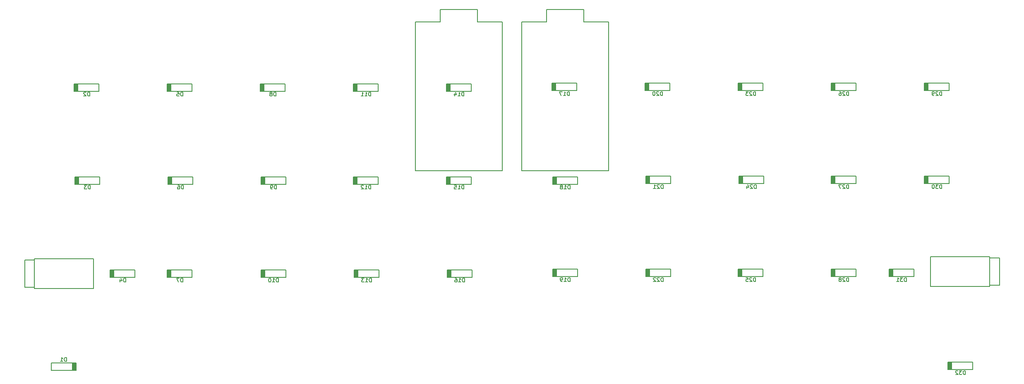
<source format=gbr>
G04 #@! TF.GenerationSoftware,KiCad,Pcbnew,(5.1.4)-1*
G04 #@! TF.CreationDate,2020-11-18T14:17:53-05:00*
G04 #@! TF.ProjectId,splitty,73706c69-7474-4792-9e6b-696361645f70,rev?*
G04 #@! TF.SameCoordinates,Original*
G04 #@! TF.FileFunction,Legend,Bot*
G04 #@! TF.FilePolarity,Positive*
%FSLAX46Y46*%
G04 Gerber Fmt 4.6, Leading zero omitted, Abs format (unit mm)*
G04 Created by KiCad (PCBNEW (5.1.4)-1) date 2020-11-18 14:17:53*
%MOMM*%
%LPD*%
G04 APERTURE LIST*
%ADD10C,0.150000*%
G04 APERTURE END LIST*
D10*
X52197000Y-128524000D02*
X57277000Y-128524000D01*
X57277000Y-128524000D02*
X57277000Y-130048000D01*
X57277000Y-130048000D02*
X52197000Y-130048000D01*
X52197000Y-130048000D02*
X52197000Y-128524000D01*
X52197000Y-128524000D02*
X52705000Y-128524000D01*
X56896000Y-128524000D02*
X56896000Y-130048000D01*
X57023000Y-130048000D02*
X57023000Y-128524000D01*
X57150000Y-128524000D02*
X57150000Y-130048000D01*
X56769000Y-130048000D02*
X56769000Y-128524000D01*
X56642000Y-128524000D02*
X56642000Y-130048000D01*
X56515000Y-128524000D02*
X56515000Y-130048000D01*
X126746000Y-89154000D02*
X144526000Y-89154000D01*
X126746000Y-58674000D02*
X126746000Y-89154000D01*
X131826000Y-58674000D02*
X126746000Y-58674000D01*
X131826000Y-56134000D02*
X131826000Y-58674000D01*
X139446000Y-56134000D02*
X131826000Y-56134000D01*
X139446000Y-58674000D02*
X139446000Y-56134000D01*
X144526000Y-58674000D02*
X139446000Y-58674000D01*
X144526000Y-58674000D02*
X144526000Y-89154000D01*
X148463000Y-89154000D02*
X166243000Y-89154000D01*
X148463000Y-58674000D02*
X148463000Y-89154000D01*
X153543000Y-58674000D02*
X148463000Y-58674000D01*
X153543000Y-56134000D02*
X153543000Y-58674000D01*
X161163000Y-56134000D02*
X153543000Y-56134000D01*
X161163000Y-58674000D02*
X161163000Y-56134000D01*
X166243000Y-58674000D02*
X161163000Y-58674000D01*
X166243000Y-58674000D02*
X166243000Y-89154000D01*
X48768000Y-113286000D02*
X48768000Y-107186000D01*
X60868000Y-113286000D02*
X60868000Y-107186000D01*
X48768000Y-113286000D02*
X60868000Y-113286000D01*
X48768000Y-107186000D02*
X60868000Y-107186000D01*
X48768000Y-113036000D02*
X46768000Y-113036000D01*
X48768000Y-107436000D02*
X46768000Y-107436000D01*
X46768000Y-113036000D02*
X46768000Y-107436000D01*
X244221000Y-106805000D02*
X244221000Y-112905000D01*
X232121000Y-106805000D02*
X232121000Y-112905000D01*
X244221000Y-106805000D02*
X232121000Y-106805000D01*
X244221000Y-112905000D02*
X232121000Y-112905000D01*
X244221000Y-107055000D02*
X246221000Y-107055000D01*
X244221000Y-112655000D02*
X246221000Y-112655000D01*
X246221000Y-107055000D02*
X246221000Y-112655000D01*
X159766000Y-72771000D02*
X154686000Y-72771000D01*
X154686000Y-72771000D02*
X154686000Y-71247000D01*
X154686000Y-71247000D02*
X159766000Y-71247000D01*
X159766000Y-71247000D02*
X159766000Y-72771000D01*
X159766000Y-72771000D02*
X159258000Y-72771000D01*
X155067000Y-72771000D02*
X155067000Y-71247000D01*
X154940000Y-71247000D02*
X154940000Y-72771000D01*
X154813000Y-72771000D02*
X154813000Y-71247000D01*
X155194000Y-71247000D02*
X155194000Y-72771000D01*
X155321000Y-72771000D02*
X155321000Y-71247000D01*
X155448000Y-72771000D02*
X155448000Y-71247000D01*
X178943000Y-110871000D02*
X173863000Y-110871000D01*
X173863000Y-110871000D02*
X173863000Y-109347000D01*
X173863000Y-109347000D02*
X178943000Y-109347000D01*
X178943000Y-109347000D02*
X178943000Y-110871000D01*
X178943000Y-110871000D02*
X178435000Y-110871000D01*
X174244000Y-110871000D02*
X174244000Y-109347000D01*
X174117000Y-109347000D02*
X174117000Y-110871000D01*
X173990000Y-110871000D02*
X173990000Y-109347000D01*
X174371000Y-109347000D02*
X174371000Y-110871000D01*
X174498000Y-110871000D02*
X174498000Y-109347000D01*
X174625000Y-110871000D02*
X174625000Y-109347000D01*
X240792000Y-129921000D02*
X235712000Y-129921000D01*
X235712000Y-129921000D02*
X235712000Y-128397000D01*
X235712000Y-128397000D02*
X240792000Y-128397000D01*
X240792000Y-128397000D02*
X240792000Y-129921000D01*
X240792000Y-129921000D02*
X240284000Y-129921000D01*
X236093000Y-129921000D02*
X236093000Y-128397000D01*
X235966000Y-128397000D02*
X235966000Y-129921000D01*
X235839000Y-129921000D02*
X235839000Y-128397000D01*
X236220000Y-128397000D02*
X236220000Y-129921000D01*
X236347000Y-129921000D02*
X236347000Y-128397000D01*
X236474000Y-129921000D02*
X236474000Y-128397000D01*
X228727000Y-110871000D02*
X223647000Y-110871000D01*
X223647000Y-110871000D02*
X223647000Y-109347000D01*
X223647000Y-109347000D02*
X228727000Y-109347000D01*
X228727000Y-109347000D02*
X228727000Y-110871000D01*
X228727000Y-110871000D02*
X228219000Y-110871000D01*
X224028000Y-110871000D02*
X224028000Y-109347000D01*
X223901000Y-109347000D02*
X223901000Y-110871000D01*
X223774000Y-110871000D02*
X223774000Y-109347000D01*
X224155000Y-109347000D02*
X224155000Y-110871000D01*
X224282000Y-110871000D02*
X224282000Y-109347000D01*
X224409000Y-110871000D02*
X224409000Y-109347000D01*
X235966000Y-91821000D02*
X230886000Y-91821000D01*
X230886000Y-91821000D02*
X230886000Y-90297000D01*
X230886000Y-90297000D02*
X235966000Y-90297000D01*
X235966000Y-90297000D02*
X235966000Y-91821000D01*
X235966000Y-91821000D02*
X235458000Y-91821000D01*
X231267000Y-91821000D02*
X231267000Y-90297000D01*
X231140000Y-90297000D02*
X231140000Y-91821000D01*
X231013000Y-91821000D02*
X231013000Y-90297000D01*
X231394000Y-90297000D02*
X231394000Y-91821000D01*
X231521000Y-91821000D02*
X231521000Y-90297000D01*
X231648000Y-91821000D02*
X231648000Y-90297000D01*
X235966000Y-72771000D02*
X230886000Y-72771000D01*
X230886000Y-72771000D02*
X230886000Y-71247000D01*
X230886000Y-71247000D02*
X235966000Y-71247000D01*
X235966000Y-71247000D02*
X235966000Y-72771000D01*
X235966000Y-72771000D02*
X235458000Y-72771000D01*
X231267000Y-72771000D02*
X231267000Y-71247000D01*
X231140000Y-71247000D02*
X231140000Y-72771000D01*
X231013000Y-72771000D02*
X231013000Y-71247000D01*
X231394000Y-71247000D02*
X231394000Y-72771000D01*
X231521000Y-72771000D02*
X231521000Y-71247000D01*
X231648000Y-72771000D02*
X231648000Y-71247000D01*
X216916000Y-110871000D02*
X211836000Y-110871000D01*
X211836000Y-110871000D02*
X211836000Y-109347000D01*
X211836000Y-109347000D02*
X216916000Y-109347000D01*
X216916000Y-109347000D02*
X216916000Y-110871000D01*
X216916000Y-110871000D02*
X216408000Y-110871000D01*
X212217000Y-110871000D02*
X212217000Y-109347000D01*
X212090000Y-109347000D02*
X212090000Y-110871000D01*
X211963000Y-110871000D02*
X211963000Y-109347000D01*
X212344000Y-109347000D02*
X212344000Y-110871000D01*
X212471000Y-110871000D02*
X212471000Y-109347000D01*
X212598000Y-110871000D02*
X212598000Y-109347000D01*
X216916000Y-91821000D02*
X211836000Y-91821000D01*
X211836000Y-91821000D02*
X211836000Y-90297000D01*
X211836000Y-90297000D02*
X216916000Y-90297000D01*
X216916000Y-90297000D02*
X216916000Y-91821000D01*
X216916000Y-91821000D02*
X216408000Y-91821000D01*
X212217000Y-91821000D02*
X212217000Y-90297000D01*
X212090000Y-90297000D02*
X212090000Y-91821000D01*
X211963000Y-91821000D02*
X211963000Y-90297000D01*
X212344000Y-90297000D02*
X212344000Y-91821000D01*
X212471000Y-91821000D02*
X212471000Y-90297000D01*
X212598000Y-91821000D02*
X212598000Y-90297000D01*
X216916000Y-72771000D02*
X211836000Y-72771000D01*
X211836000Y-72771000D02*
X211836000Y-71247000D01*
X211836000Y-71247000D02*
X216916000Y-71247000D01*
X216916000Y-71247000D02*
X216916000Y-72771000D01*
X216916000Y-72771000D02*
X216408000Y-72771000D01*
X212217000Y-72771000D02*
X212217000Y-71247000D01*
X212090000Y-71247000D02*
X212090000Y-72771000D01*
X211963000Y-72771000D02*
X211963000Y-71247000D01*
X212344000Y-71247000D02*
X212344000Y-72771000D01*
X212471000Y-72771000D02*
X212471000Y-71247000D01*
X212598000Y-72771000D02*
X212598000Y-71247000D01*
X197866000Y-110871000D02*
X192786000Y-110871000D01*
X192786000Y-110871000D02*
X192786000Y-109347000D01*
X192786000Y-109347000D02*
X197866000Y-109347000D01*
X197866000Y-109347000D02*
X197866000Y-110871000D01*
X197866000Y-110871000D02*
X197358000Y-110871000D01*
X193167000Y-110871000D02*
X193167000Y-109347000D01*
X193040000Y-109347000D02*
X193040000Y-110871000D01*
X192913000Y-110871000D02*
X192913000Y-109347000D01*
X193294000Y-109347000D02*
X193294000Y-110871000D01*
X193421000Y-110871000D02*
X193421000Y-109347000D01*
X193548000Y-110871000D02*
X193548000Y-109347000D01*
X197993000Y-91821000D02*
X192913000Y-91821000D01*
X192913000Y-91821000D02*
X192913000Y-90297000D01*
X192913000Y-90297000D02*
X197993000Y-90297000D01*
X197993000Y-90297000D02*
X197993000Y-91821000D01*
X197993000Y-91821000D02*
X197485000Y-91821000D01*
X193294000Y-91821000D02*
X193294000Y-90297000D01*
X193167000Y-90297000D02*
X193167000Y-91821000D01*
X193040000Y-91821000D02*
X193040000Y-90297000D01*
X193421000Y-90297000D02*
X193421000Y-91821000D01*
X193548000Y-91821000D02*
X193548000Y-90297000D01*
X193675000Y-91821000D02*
X193675000Y-90297000D01*
X197866000Y-72771000D02*
X192786000Y-72771000D01*
X192786000Y-72771000D02*
X192786000Y-71247000D01*
X192786000Y-71247000D02*
X197866000Y-71247000D01*
X197866000Y-71247000D02*
X197866000Y-72771000D01*
X197866000Y-72771000D02*
X197358000Y-72771000D01*
X193167000Y-72771000D02*
X193167000Y-71247000D01*
X193040000Y-71247000D02*
X193040000Y-72771000D01*
X192913000Y-72771000D02*
X192913000Y-71247000D01*
X193294000Y-71247000D02*
X193294000Y-72771000D01*
X193421000Y-72771000D02*
X193421000Y-71247000D01*
X193548000Y-72771000D02*
X193548000Y-71247000D01*
X178943000Y-91821000D02*
X173863000Y-91821000D01*
X173863000Y-91821000D02*
X173863000Y-90297000D01*
X173863000Y-90297000D02*
X178943000Y-90297000D01*
X178943000Y-90297000D02*
X178943000Y-91821000D01*
X178943000Y-91821000D02*
X178435000Y-91821000D01*
X174244000Y-91821000D02*
X174244000Y-90297000D01*
X174117000Y-90297000D02*
X174117000Y-91821000D01*
X173990000Y-91821000D02*
X173990000Y-90297000D01*
X174371000Y-90297000D02*
X174371000Y-91821000D01*
X174498000Y-91821000D02*
X174498000Y-90297000D01*
X174625000Y-91821000D02*
X174625000Y-90297000D01*
X178816000Y-72771000D02*
X173736000Y-72771000D01*
X173736000Y-72771000D02*
X173736000Y-71247000D01*
X173736000Y-71247000D02*
X178816000Y-71247000D01*
X178816000Y-71247000D02*
X178816000Y-72771000D01*
X178816000Y-72771000D02*
X178308000Y-72771000D01*
X174117000Y-72771000D02*
X174117000Y-71247000D01*
X173990000Y-71247000D02*
X173990000Y-72771000D01*
X173863000Y-72771000D02*
X173863000Y-71247000D01*
X174244000Y-71247000D02*
X174244000Y-72771000D01*
X174371000Y-72771000D02*
X174371000Y-71247000D01*
X174498000Y-72771000D02*
X174498000Y-71247000D01*
X159893000Y-110871000D02*
X154813000Y-110871000D01*
X154813000Y-110871000D02*
X154813000Y-109347000D01*
X154813000Y-109347000D02*
X159893000Y-109347000D01*
X159893000Y-109347000D02*
X159893000Y-110871000D01*
X159893000Y-110871000D02*
X159385000Y-110871000D01*
X155194000Y-110871000D02*
X155194000Y-109347000D01*
X155067000Y-109347000D02*
X155067000Y-110871000D01*
X154940000Y-110871000D02*
X154940000Y-109347000D01*
X155321000Y-109347000D02*
X155321000Y-110871000D01*
X155448000Y-110871000D02*
X155448000Y-109347000D01*
X155575000Y-110871000D02*
X155575000Y-109347000D01*
X159893000Y-91948000D02*
X154813000Y-91948000D01*
X154813000Y-91948000D02*
X154813000Y-90424000D01*
X154813000Y-90424000D02*
X159893000Y-90424000D01*
X159893000Y-90424000D02*
X159893000Y-91948000D01*
X159893000Y-91948000D02*
X159385000Y-91948000D01*
X155194000Y-91948000D02*
X155194000Y-90424000D01*
X155067000Y-90424000D02*
X155067000Y-91948000D01*
X154940000Y-91948000D02*
X154940000Y-90424000D01*
X155321000Y-90424000D02*
X155321000Y-91948000D01*
X155448000Y-91948000D02*
X155448000Y-90424000D01*
X155575000Y-91948000D02*
X155575000Y-90424000D01*
X138303000Y-110998000D02*
X133223000Y-110998000D01*
X133223000Y-110998000D02*
X133223000Y-109474000D01*
X133223000Y-109474000D02*
X138303000Y-109474000D01*
X138303000Y-109474000D02*
X138303000Y-110998000D01*
X138303000Y-110998000D02*
X137795000Y-110998000D01*
X133604000Y-110998000D02*
X133604000Y-109474000D01*
X133477000Y-109474000D02*
X133477000Y-110998000D01*
X133350000Y-110998000D02*
X133350000Y-109474000D01*
X133731000Y-109474000D02*
X133731000Y-110998000D01*
X133858000Y-110998000D02*
X133858000Y-109474000D01*
X133985000Y-110998000D02*
X133985000Y-109474000D01*
X138176000Y-91948000D02*
X133096000Y-91948000D01*
X133096000Y-91948000D02*
X133096000Y-90424000D01*
X133096000Y-90424000D02*
X138176000Y-90424000D01*
X138176000Y-90424000D02*
X138176000Y-91948000D01*
X138176000Y-91948000D02*
X137668000Y-91948000D01*
X133477000Y-91948000D02*
X133477000Y-90424000D01*
X133350000Y-90424000D02*
X133350000Y-91948000D01*
X133223000Y-91948000D02*
X133223000Y-90424000D01*
X133604000Y-90424000D02*
X133604000Y-91948000D01*
X133731000Y-91948000D02*
X133731000Y-90424000D01*
X133858000Y-91948000D02*
X133858000Y-90424000D01*
X138176000Y-72898000D02*
X133096000Y-72898000D01*
X133096000Y-72898000D02*
X133096000Y-71374000D01*
X133096000Y-71374000D02*
X138176000Y-71374000D01*
X138176000Y-71374000D02*
X138176000Y-72898000D01*
X138176000Y-72898000D02*
X137668000Y-72898000D01*
X133477000Y-72898000D02*
X133477000Y-71374000D01*
X133350000Y-71374000D02*
X133350000Y-72898000D01*
X133223000Y-72898000D02*
X133223000Y-71374000D01*
X133604000Y-71374000D02*
X133604000Y-72898000D01*
X133731000Y-72898000D02*
X133731000Y-71374000D01*
X133858000Y-72898000D02*
X133858000Y-71374000D01*
X119253000Y-110998000D02*
X114173000Y-110998000D01*
X114173000Y-110998000D02*
X114173000Y-109474000D01*
X114173000Y-109474000D02*
X119253000Y-109474000D01*
X119253000Y-109474000D02*
X119253000Y-110998000D01*
X119253000Y-110998000D02*
X118745000Y-110998000D01*
X114554000Y-110998000D02*
X114554000Y-109474000D01*
X114427000Y-109474000D02*
X114427000Y-110998000D01*
X114300000Y-110998000D02*
X114300000Y-109474000D01*
X114681000Y-109474000D02*
X114681000Y-110998000D01*
X114808000Y-110998000D02*
X114808000Y-109474000D01*
X114935000Y-110998000D02*
X114935000Y-109474000D01*
X119126000Y-91948000D02*
X114046000Y-91948000D01*
X114046000Y-91948000D02*
X114046000Y-90424000D01*
X114046000Y-90424000D02*
X119126000Y-90424000D01*
X119126000Y-90424000D02*
X119126000Y-91948000D01*
X119126000Y-91948000D02*
X118618000Y-91948000D01*
X114427000Y-91948000D02*
X114427000Y-90424000D01*
X114300000Y-90424000D02*
X114300000Y-91948000D01*
X114173000Y-91948000D02*
X114173000Y-90424000D01*
X114554000Y-90424000D02*
X114554000Y-91948000D01*
X114681000Y-91948000D02*
X114681000Y-90424000D01*
X114808000Y-91948000D02*
X114808000Y-90424000D01*
X119126000Y-72898000D02*
X114046000Y-72898000D01*
X114046000Y-72898000D02*
X114046000Y-71374000D01*
X114046000Y-71374000D02*
X119126000Y-71374000D01*
X119126000Y-71374000D02*
X119126000Y-72898000D01*
X119126000Y-72898000D02*
X118618000Y-72898000D01*
X114427000Y-72898000D02*
X114427000Y-71374000D01*
X114300000Y-71374000D02*
X114300000Y-72898000D01*
X114173000Y-72898000D02*
X114173000Y-71374000D01*
X114554000Y-71374000D02*
X114554000Y-72898000D01*
X114681000Y-72898000D02*
X114681000Y-71374000D01*
X114808000Y-72898000D02*
X114808000Y-71374000D01*
X100203000Y-110998000D02*
X95123000Y-110998000D01*
X95123000Y-110998000D02*
X95123000Y-109474000D01*
X95123000Y-109474000D02*
X100203000Y-109474000D01*
X100203000Y-109474000D02*
X100203000Y-110998000D01*
X100203000Y-110998000D02*
X99695000Y-110998000D01*
X95504000Y-110998000D02*
X95504000Y-109474000D01*
X95377000Y-109474000D02*
X95377000Y-110998000D01*
X95250000Y-110998000D02*
X95250000Y-109474000D01*
X95631000Y-109474000D02*
X95631000Y-110998000D01*
X95758000Y-110998000D02*
X95758000Y-109474000D01*
X95885000Y-110998000D02*
X95885000Y-109474000D01*
X100203000Y-91948000D02*
X95123000Y-91948000D01*
X95123000Y-91948000D02*
X95123000Y-90424000D01*
X95123000Y-90424000D02*
X100203000Y-90424000D01*
X100203000Y-90424000D02*
X100203000Y-91948000D01*
X100203000Y-91948000D02*
X99695000Y-91948000D01*
X95504000Y-91948000D02*
X95504000Y-90424000D01*
X95377000Y-90424000D02*
X95377000Y-91948000D01*
X95250000Y-91948000D02*
X95250000Y-90424000D01*
X95631000Y-90424000D02*
X95631000Y-91948000D01*
X95758000Y-91948000D02*
X95758000Y-90424000D01*
X95885000Y-91948000D02*
X95885000Y-90424000D01*
X100076000Y-72898000D02*
X94996000Y-72898000D01*
X94996000Y-72898000D02*
X94996000Y-71374000D01*
X94996000Y-71374000D02*
X100076000Y-71374000D01*
X100076000Y-71374000D02*
X100076000Y-72898000D01*
X100076000Y-72898000D02*
X99568000Y-72898000D01*
X95377000Y-72898000D02*
X95377000Y-71374000D01*
X95250000Y-71374000D02*
X95250000Y-72898000D01*
X95123000Y-72898000D02*
X95123000Y-71374000D01*
X95504000Y-71374000D02*
X95504000Y-72898000D01*
X95631000Y-72898000D02*
X95631000Y-71374000D01*
X95758000Y-72898000D02*
X95758000Y-71374000D01*
X81026000Y-110998000D02*
X75946000Y-110998000D01*
X75946000Y-110998000D02*
X75946000Y-109474000D01*
X75946000Y-109474000D02*
X81026000Y-109474000D01*
X81026000Y-109474000D02*
X81026000Y-110998000D01*
X81026000Y-110998000D02*
X80518000Y-110998000D01*
X76327000Y-110998000D02*
X76327000Y-109474000D01*
X76200000Y-109474000D02*
X76200000Y-110998000D01*
X76073000Y-110998000D02*
X76073000Y-109474000D01*
X76454000Y-109474000D02*
X76454000Y-110998000D01*
X76581000Y-110998000D02*
X76581000Y-109474000D01*
X76708000Y-110998000D02*
X76708000Y-109474000D01*
X81153000Y-91948000D02*
X76073000Y-91948000D01*
X76073000Y-91948000D02*
X76073000Y-90424000D01*
X76073000Y-90424000D02*
X81153000Y-90424000D01*
X81153000Y-90424000D02*
X81153000Y-91948000D01*
X81153000Y-91948000D02*
X80645000Y-91948000D01*
X76454000Y-91948000D02*
X76454000Y-90424000D01*
X76327000Y-90424000D02*
X76327000Y-91948000D01*
X76200000Y-91948000D02*
X76200000Y-90424000D01*
X76581000Y-90424000D02*
X76581000Y-91948000D01*
X76708000Y-91948000D02*
X76708000Y-90424000D01*
X76835000Y-91948000D02*
X76835000Y-90424000D01*
X81026000Y-72898000D02*
X75946000Y-72898000D01*
X75946000Y-72898000D02*
X75946000Y-71374000D01*
X75946000Y-71374000D02*
X81026000Y-71374000D01*
X81026000Y-71374000D02*
X81026000Y-72898000D01*
X81026000Y-72898000D02*
X80518000Y-72898000D01*
X76327000Y-72898000D02*
X76327000Y-71374000D01*
X76200000Y-71374000D02*
X76200000Y-72898000D01*
X76073000Y-72898000D02*
X76073000Y-71374000D01*
X76454000Y-71374000D02*
X76454000Y-72898000D01*
X76581000Y-72898000D02*
X76581000Y-71374000D01*
X76708000Y-72898000D02*
X76708000Y-71374000D01*
X69342000Y-110998000D02*
X64262000Y-110998000D01*
X64262000Y-110998000D02*
X64262000Y-109474000D01*
X64262000Y-109474000D02*
X69342000Y-109474000D01*
X69342000Y-109474000D02*
X69342000Y-110998000D01*
X69342000Y-110998000D02*
X68834000Y-110998000D01*
X64643000Y-110998000D02*
X64643000Y-109474000D01*
X64516000Y-109474000D02*
X64516000Y-110998000D01*
X64389000Y-110998000D02*
X64389000Y-109474000D01*
X64770000Y-109474000D02*
X64770000Y-110998000D01*
X64897000Y-110998000D02*
X64897000Y-109474000D01*
X65024000Y-110998000D02*
X65024000Y-109474000D01*
X62103000Y-91948000D02*
X57023000Y-91948000D01*
X57023000Y-91948000D02*
X57023000Y-90424000D01*
X57023000Y-90424000D02*
X62103000Y-90424000D01*
X62103000Y-90424000D02*
X62103000Y-91948000D01*
X62103000Y-91948000D02*
X61595000Y-91948000D01*
X57404000Y-91948000D02*
X57404000Y-90424000D01*
X57277000Y-90424000D02*
X57277000Y-91948000D01*
X57150000Y-91948000D02*
X57150000Y-90424000D01*
X57531000Y-90424000D02*
X57531000Y-91948000D01*
X57658000Y-91948000D02*
X57658000Y-90424000D01*
X57785000Y-91948000D02*
X57785000Y-90424000D01*
X61976000Y-72898000D02*
X56896000Y-72898000D01*
X56896000Y-72898000D02*
X56896000Y-71374000D01*
X56896000Y-71374000D02*
X61976000Y-71374000D01*
X61976000Y-71374000D02*
X61976000Y-72898000D01*
X61976000Y-72898000D02*
X61468000Y-72898000D01*
X57277000Y-72898000D02*
X57277000Y-71374000D01*
X57150000Y-71374000D02*
X57150000Y-72898000D01*
X57023000Y-72898000D02*
X57023000Y-71374000D01*
X57404000Y-71374000D02*
X57404000Y-72898000D01*
X57531000Y-72898000D02*
X57531000Y-71374000D01*
X57658000Y-72898000D02*
X57658000Y-71374000D01*
X55302076Y-128247904D02*
X55302076Y-127447904D01*
X55111600Y-127447904D01*
X54997314Y-127486000D01*
X54921123Y-127562190D01*
X54883028Y-127638380D01*
X54844933Y-127790761D01*
X54844933Y-127905047D01*
X54883028Y-128057428D01*
X54921123Y-128133619D01*
X54997314Y-128209809D01*
X55111600Y-128247904D01*
X55302076Y-128247904D01*
X54083028Y-128247904D02*
X54540171Y-128247904D01*
X54311600Y-128247904D02*
X54311600Y-127447904D01*
X54387790Y-127562190D01*
X54463980Y-127638380D01*
X54540171Y-127676476D01*
X158222828Y-73770904D02*
X158222828Y-72970904D01*
X158032352Y-72970904D01*
X157918066Y-73009000D01*
X157841876Y-73085190D01*
X157803780Y-73161380D01*
X157765685Y-73313761D01*
X157765685Y-73428047D01*
X157803780Y-73580428D01*
X157841876Y-73656619D01*
X157918066Y-73732809D01*
X158032352Y-73770904D01*
X158222828Y-73770904D01*
X157003780Y-73770904D02*
X157460923Y-73770904D01*
X157232352Y-73770904D02*
X157232352Y-72970904D01*
X157308542Y-73085190D01*
X157384733Y-73161380D01*
X157460923Y-73199476D01*
X156737114Y-72970904D02*
X156203780Y-72970904D01*
X156546638Y-73770904D01*
X177399828Y-111870904D02*
X177399828Y-111070904D01*
X177209352Y-111070904D01*
X177095066Y-111109000D01*
X177018876Y-111185190D01*
X176980780Y-111261380D01*
X176942685Y-111413761D01*
X176942685Y-111528047D01*
X176980780Y-111680428D01*
X177018876Y-111756619D01*
X177095066Y-111832809D01*
X177209352Y-111870904D01*
X177399828Y-111870904D01*
X176637923Y-111147095D02*
X176599828Y-111109000D01*
X176523638Y-111070904D01*
X176333161Y-111070904D01*
X176256971Y-111109000D01*
X176218876Y-111147095D01*
X176180780Y-111223285D01*
X176180780Y-111299476D01*
X176218876Y-111413761D01*
X176676019Y-111870904D01*
X176180780Y-111870904D01*
X175876019Y-111147095D02*
X175837923Y-111109000D01*
X175761733Y-111070904D01*
X175571257Y-111070904D01*
X175495066Y-111109000D01*
X175456971Y-111147095D01*
X175418876Y-111223285D01*
X175418876Y-111299476D01*
X175456971Y-111413761D01*
X175914114Y-111870904D01*
X175418876Y-111870904D01*
X239248828Y-130920904D02*
X239248828Y-130120904D01*
X239058352Y-130120904D01*
X238944066Y-130159000D01*
X238867876Y-130235190D01*
X238829780Y-130311380D01*
X238791685Y-130463761D01*
X238791685Y-130578047D01*
X238829780Y-130730428D01*
X238867876Y-130806619D01*
X238944066Y-130882809D01*
X239058352Y-130920904D01*
X239248828Y-130920904D01*
X238525019Y-130120904D02*
X238029780Y-130120904D01*
X238296447Y-130425666D01*
X238182161Y-130425666D01*
X238105971Y-130463761D01*
X238067876Y-130501857D01*
X238029780Y-130578047D01*
X238029780Y-130768523D01*
X238067876Y-130844714D01*
X238105971Y-130882809D01*
X238182161Y-130920904D01*
X238410733Y-130920904D01*
X238486923Y-130882809D01*
X238525019Y-130844714D01*
X237725019Y-130197095D02*
X237686923Y-130159000D01*
X237610733Y-130120904D01*
X237420257Y-130120904D01*
X237344066Y-130159000D01*
X237305971Y-130197095D01*
X237267876Y-130273285D01*
X237267876Y-130349476D01*
X237305971Y-130463761D01*
X237763114Y-130920904D01*
X237267876Y-130920904D01*
X227183828Y-111870904D02*
X227183828Y-111070904D01*
X226993352Y-111070904D01*
X226879066Y-111109000D01*
X226802876Y-111185190D01*
X226764780Y-111261380D01*
X226726685Y-111413761D01*
X226726685Y-111528047D01*
X226764780Y-111680428D01*
X226802876Y-111756619D01*
X226879066Y-111832809D01*
X226993352Y-111870904D01*
X227183828Y-111870904D01*
X226460019Y-111070904D02*
X225964780Y-111070904D01*
X226231447Y-111375666D01*
X226117161Y-111375666D01*
X226040971Y-111413761D01*
X226002876Y-111451857D01*
X225964780Y-111528047D01*
X225964780Y-111718523D01*
X226002876Y-111794714D01*
X226040971Y-111832809D01*
X226117161Y-111870904D01*
X226345733Y-111870904D01*
X226421923Y-111832809D01*
X226460019Y-111794714D01*
X225202876Y-111870904D02*
X225660019Y-111870904D01*
X225431447Y-111870904D02*
X225431447Y-111070904D01*
X225507638Y-111185190D01*
X225583828Y-111261380D01*
X225660019Y-111299476D01*
X234422828Y-92820904D02*
X234422828Y-92020904D01*
X234232352Y-92020904D01*
X234118066Y-92059000D01*
X234041876Y-92135190D01*
X234003780Y-92211380D01*
X233965685Y-92363761D01*
X233965685Y-92478047D01*
X234003780Y-92630428D01*
X234041876Y-92706619D01*
X234118066Y-92782809D01*
X234232352Y-92820904D01*
X234422828Y-92820904D01*
X233699019Y-92020904D02*
X233203780Y-92020904D01*
X233470447Y-92325666D01*
X233356161Y-92325666D01*
X233279971Y-92363761D01*
X233241876Y-92401857D01*
X233203780Y-92478047D01*
X233203780Y-92668523D01*
X233241876Y-92744714D01*
X233279971Y-92782809D01*
X233356161Y-92820904D01*
X233584733Y-92820904D01*
X233660923Y-92782809D01*
X233699019Y-92744714D01*
X232708542Y-92020904D02*
X232632352Y-92020904D01*
X232556161Y-92059000D01*
X232518066Y-92097095D01*
X232479971Y-92173285D01*
X232441876Y-92325666D01*
X232441876Y-92516142D01*
X232479971Y-92668523D01*
X232518066Y-92744714D01*
X232556161Y-92782809D01*
X232632352Y-92820904D01*
X232708542Y-92820904D01*
X232784733Y-92782809D01*
X232822828Y-92744714D01*
X232860923Y-92668523D01*
X232899019Y-92516142D01*
X232899019Y-92325666D01*
X232860923Y-92173285D01*
X232822828Y-92097095D01*
X232784733Y-92059000D01*
X232708542Y-92020904D01*
X234422828Y-73770904D02*
X234422828Y-72970904D01*
X234232352Y-72970904D01*
X234118066Y-73009000D01*
X234041876Y-73085190D01*
X234003780Y-73161380D01*
X233965685Y-73313761D01*
X233965685Y-73428047D01*
X234003780Y-73580428D01*
X234041876Y-73656619D01*
X234118066Y-73732809D01*
X234232352Y-73770904D01*
X234422828Y-73770904D01*
X233660923Y-73047095D02*
X233622828Y-73009000D01*
X233546638Y-72970904D01*
X233356161Y-72970904D01*
X233279971Y-73009000D01*
X233241876Y-73047095D01*
X233203780Y-73123285D01*
X233203780Y-73199476D01*
X233241876Y-73313761D01*
X233699019Y-73770904D01*
X233203780Y-73770904D01*
X232822828Y-73770904D02*
X232670447Y-73770904D01*
X232594257Y-73732809D01*
X232556161Y-73694714D01*
X232479971Y-73580428D01*
X232441876Y-73428047D01*
X232441876Y-73123285D01*
X232479971Y-73047095D01*
X232518066Y-73009000D01*
X232594257Y-72970904D01*
X232746638Y-72970904D01*
X232822828Y-73009000D01*
X232860923Y-73047095D01*
X232899019Y-73123285D01*
X232899019Y-73313761D01*
X232860923Y-73389952D01*
X232822828Y-73428047D01*
X232746638Y-73466142D01*
X232594257Y-73466142D01*
X232518066Y-73428047D01*
X232479971Y-73389952D01*
X232441876Y-73313761D01*
X215372828Y-111870904D02*
X215372828Y-111070904D01*
X215182352Y-111070904D01*
X215068066Y-111109000D01*
X214991876Y-111185190D01*
X214953780Y-111261380D01*
X214915685Y-111413761D01*
X214915685Y-111528047D01*
X214953780Y-111680428D01*
X214991876Y-111756619D01*
X215068066Y-111832809D01*
X215182352Y-111870904D01*
X215372828Y-111870904D01*
X214610923Y-111147095D02*
X214572828Y-111109000D01*
X214496638Y-111070904D01*
X214306161Y-111070904D01*
X214229971Y-111109000D01*
X214191876Y-111147095D01*
X214153780Y-111223285D01*
X214153780Y-111299476D01*
X214191876Y-111413761D01*
X214649019Y-111870904D01*
X214153780Y-111870904D01*
X213696638Y-111413761D02*
X213772828Y-111375666D01*
X213810923Y-111337571D01*
X213849019Y-111261380D01*
X213849019Y-111223285D01*
X213810923Y-111147095D01*
X213772828Y-111109000D01*
X213696638Y-111070904D01*
X213544257Y-111070904D01*
X213468066Y-111109000D01*
X213429971Y-111147095D01*
X213391876Y-111223285D01*
X213391876Y-111261380D01*
X213429971Y-111337571D01*
X213468066Y-111375666D01*
X213544257Y-111413761D01*
X213696638Y-111413761D01*
X213772828Y-111451857D01*
X213810923Y-111489952D01*
X213849019Y-111566142D01*
X213849019Y-111718523D01*
X213810923Y-111794714D01*
X213772828Y-111832809D01*
X213696638Y-111870904D01*
X213544257Y-111870904D01*
X213468066Y-111832809D01*
X213429971Y-111794714D01*
X213391876Y-111718523D01*
X213391876Y-111566142D01*
X213429971Y-111489952D01*
X213468066Y-111451857D01*
X213544257Y-111413761D01*
X215372828Y-92820904D02*
X215372828Y-92020904D01*
X215182352Y-92020904D01*
X215068066Y-92059000D01*
X214991876Y-92135190D01*
X214953780Y-92211380D01*
X214915685Y-92363761D01*
X214915685Y-92478047D01*
X214953780Y-92630428D01*
X214991876Y-92706619D01*
X215068066Y-92782809D01*
X215182352Y-92820904D01*
X215372828Y-92820904D01*
X214610923Y-92097095D02*
X214572828Y-92059000D01*
X214496638Y-92020904D01*
X214306161Y-92020904D01*
X214229971Y-92059000D01*
X214191876Y-92097095D01*
X214153780Y-92173285D01*
X214153780Y-92249476D01*
X214191876Y-92363761D01*
X214649019Y-92820904D01*
X214153780Y-92820904D01*
X213887114Y-92020904D02*
X213353780Y-92020904D01*
X213696638Y-92820904D01*
X215372828Y-73770904D02*
X215372828Y-72970904D01*
X215182352Y-72970904D01*
X215068066Y-73009000D01*
X214991876Y-73085190D01*
X214953780Y-73161380D01*
X214915685Y-73313761D01*
X214915685Y-73428047D01*
X214953780Y-73580428D01*
X214991876Y-73656619D01*
X215068066Y-73732809D01*
X215182352Y-73770904D01*
X215372828Y-73770904D01*
X214610923Y-73047095D02*
X214572828Y-73009000D01*
X214496638Y-72970904D01*
X214306161Y-72970904D01*
X214229971Y-73009000D01*
X214191876Y-73047095D01*
X214153780Y-73123285D01*
X214153780Y-73199476D01*
X214191876Y-73313761D01*
X214649019Y-73770904D01*
X214153780Y-73770904D01*
X213468066Y-72970904D02*
X213620447Y-72970904D01*
X213696638Y-73009000D01*
X213734733Y-73047095D01*
X213810923Y-73161380D01*
X213849019Y-73313761D01*
X213849019Y-73618523D01*
X213810923Y-73694714D01*
X213772828Y-73732809D01*
X213696638Y-73770904D01*
X213544257Y-73770904D01*
X213468066Y-73732809D01*
X213429971Y-73694714D01*
X213391876Y-73618523D01*
X213391876Y-73428047D01*
X213429971Y-73351857D01*
X213468066Y-73313761D01*
X213544257Y-73275666D01*
X213696638Y-73275666D01*
X213772828Y-73313761D01*
X213810923Y-73351857D01*
X213849019Y-73428047D01*
X196322828Y-111870904D02*
X196322828Y-111070904D01*
X196132352Y-111070904D01*
X196018066Y-111109000D01*
X195941876Y-111185190D01*
X195903780Y-111261380D01*
X195865685Y-111413761D01*
X195865685Y-111528047D01*
X195903780Y-111680428D01*
X195941876Y-111756619D01*
X196018066Y-111832809D01*
X196132352Y-111870904D01*
X196322828Y-111870904D01*
X195560923Y-111147095D02*
X195522828Y-111109000D01*
X195446638Y-111070904D01*
X195256161Y-111070904D01*
X195179971Y-111109000D01*
X195141876Y-111147095D01*
X195103780Y-111223285D01*
X195103780Y-111299476D01*
X195141876Y-111413761D01*
X195599019Y-111870904D01*
X195103780Y-111870904D01*
X194379971Y-111070904D02*
X194760923Y-111070904D01*
X194799019Y-111451857D01*
X194760923Y-111413761D01*
X194684733Y-111375666D01*
X194494257Y-111375666D01*
X194418066Y-111413761D01*
X194379971Y-111451857D01*
X194341876Y-111528047D01*
X194341876Y-111718523D01*
X194379971Y-111794714D01*
X194418066Y-111832809D01*
X194494257Y-111870904D01*
X194684733Y-111870904D01*
X194760923Y-111832809D01*
X194799019Y-111794714D01*
X196449828Y-92820904D02*
X196449828Y-92020904D01*
X196259352Y-92020904D01*
X196145066Y-92059000D01*
X196068876Y-92135190D01*
X196030780Y-92211380D01*
X195992685Y-92363761D01*
X195992685Y-92478047D01*
X196030780Y-92630428D01*
X196068876Y-92706619D01*
X196145066Y-92782809D01*
X196259352Y-92820904D01*
X196449828Y-92820904D01*
X195687923Y-92097095D02*
X195649828Y-92059000D01*
X195573638Y-92020904D01*
X195383161Y-92020904D01*
X195306971Y-92059000D01*
X195268876Y-92097095D01*
X195230780Y-92173285D01*
X195230780Y-92249476D01*
X195268876Y-92363761D01*
X195726019Y-92820904D01*
X195230780Y-92820904D01*
X194545066Y-92287571D02*
X194545066Y-92820904D01*
X194735542Y-91982809D02*
X194926019Y-92554238D01*
X194430780Y-92554238D01*
X196322828Y-73770904D02*
X196322828Y-72970904D01*
X196132352Y-72970904D01*
X196018066Y-73009000D01*
X195941876Y-73085190D01*
X195903780Y-73161380D01*
X195865685Y-73313761D01*
X195865685Y-73428047D01*
X195903780Y-73580428D01*
X195941876Y-73656619D01*
X196018066Y-73732809D01*
X196132352Y-73770904D01*
X196322828Y-73770904D01*
X195560923Y-73047095D02*
X195522828Y-73009000D01*
X195446638Y-72970904D01*
X195256161Y-72970904D01*
X195179971Y-73009000D01*
X195141876Y-73047095D01*
X195103780Y-73123285D01*
X195103780Y-73199476D01*
X195141876Y-73313761D01*
X195599019Y-73770904D01*
X195103780Y-73770904D01*
X194837114Y-72970904D02*
X194341876Y-72970904D01*
X194608542Y-73275666D01*
X194494257Y-73275666D01*
X194418066Y-73313761D01*
X194379971Y-73351857D01*
X194341876Y-73428047D01*
X194341876Y-73618523D01*
X194379971Y-73694714D01*
X194418066Y-73732809D01*
X194494257Y-73770904D01*
X194722828Y-73770904D01*
X194799019Y-73732809D01*
X194837114Y-73694714D01*
X177399828Y-92820904D02*
X177399828Y-92020904D01*
X177209352Y-92020904D01*
X177095066Y-92059000D01*
X177018876Y-92135190D01*
X176980780Y-92211380D01*
X176942685Y-92363761D01*
X176942685Y-92478047D01*
X176980780Y-92630428D01*
X177018876Y-92706619D01*
X177095066Y-92782809D01*
X177209352Y-92820904D01*
X177399828Y-92820904D01*
X176637923Y-92097095D02*
X176599828Y-92059000D01*
X176523638Y-92020904D01*
X176333161Y-92020904D01*
X176256971Y-92059000D01*
X176218876Y-92097095D01*
X176180780Y-92173285D01*
X176180780Y-92249476D01*
X176218876Y-92363761D01*
X176676019Y-92820904D01*
X176180780Y-92820904D01*
X175418876Y-92820904D02*
X175876019Y-92820904D01*
X175647447Y-92820904D02*
X175647447Y-92020904D01*
X175723638Y-92135190D01*
X175799828Y-92211380D01*
X175876019Y-92249476D01*
X177272828Y-73770904D02*
X177272828Y-72970904D01*
X177082352Y-72970904D01*
X176968066Y-73009000D01*
X176891876Y-73085190D01*
X176853780Y-73161380D01*
X176815685Y-73313761D01*
X176815685Y-73428047D01*
X176853780Y-73580428D01*
X176891876Y-73656619D01*
X176968066Y-73732809D01*
X177082352Y-73770904D01*
X177272828Y-73770904D01*
X176510923Y-73047095D02*
X176472828Y-73009000D01*
X176396638Y-72970904D01*
X176206161Y-72970904D01*
X176129971Y-73009000D01*
X176091876Y-73047095D01*
X176053780Y-73123285D01*
X176053780Y-73199476D01*
X176091876Y-73313761D01*
X176549019Y-73770904D01*
X176053780Y-73770904D01*
X175558542Y-72970904D02*
X175482352Y-72970904D01*
X175406161Y-73009000D01*
X175368066Y-73047095D01*
X175329971Y-73123285D01*
X175291876Y-73275666D01*
X175291876Y-73466142D01*
X175329971Y-73618523D01*
X175368066Y-73694714D01*
X175406161Y-73732809D01*
X175482352Y-73770904D01*
X175558542Y-73770904D01*
X175634733Y-73732809D01*
X175672828Y-73694714D01*
X175710923Y-73618523D01*
X175749019Y-73466142D01*
X175749019Y-73275666D01*
X175710923Y-73123285D01*
X175672828Y-73047095D01*
X175634733Y-73009000D01*
X175558542Y-72970904D01*
X158349828Y-111870904D02*
X158349828Y-111070904D01*
X158159352Y-111070904D01*
X158045066Y-111109000D01*
X157968876Y-111185190D01*
X157930780Y-111261380D01*
X157892685Y-111413761D01*
X157892685Y-111528047D01*
X157930780Y-111680428D01*
X157968876Y-111756619D01*
X158045066Y-111832809D01*
X158159352Y-111870904D01*
X158349828Y-111870904D01*
X157130780Y-111870904D02*
X157587923Y-111870904D01*
X157359352Y-111870904D02*
X157359352Y-111070904D01*
X157435542Y-111185190D01*
X157511733Y-111261380D01*
X157587923Y-111299476D01*
X156749828Y-111870904D02*
X156597447Y-111870904D01*
X156521257Y-111832809D01*
X156483161Y-111794714D01*
X156406971Y-111680428D01*
X156368876Y-111528047D01*
X156368876Y-111223285D01*
X156406971Y-111147095D01*
X156445066Y-111109000D01*
X156521257Y-111070904D01*
X156673638Y-111070904D01*
X156749828Y-111109000D01*
X156787923Y-111147095D01*
X156826019Y-111223285D01*
X156826019Y-111413761D01*
X156787923Y-111489952D01*
X156749828Y-111528047D01*
X156673638Y-111566142D01*
X156521257Y-111566142D01*
X156445066Y-111528047D01*
X156406971Y-111489952D01*
X156368876Y-111413761D01*
X158349828Y-92947904D02*
X158349828Y-92147904D01*
X158159352Y-92147904D01*
X158045066Y-92186000D01*
X157968876Y-92262190D01*
X157930780Y-92338380D01*
X157892685Y-92490761D01*
X157892685Y-92605047D01*
X157930780Y-92757428D01*
X157968876Y-92833619D01*
X158045066Y-92909809D01*
X158159352Y-92947904D01*
X158349828Y-92947904D01*
X157130780Y-92947904D02*
X157587923Y-92947904D01*
X157359352Y-92947904D02*
X157359352Y-92147904D01*
X157435542Y-92262190D01*
X157511733Y-92338380D01*
X157587923Y-92376476D01*
X156673638Y-92490761D02*
X156749828Y-92452666D01*
X156787923Y-92414571D01*
X156826019Y-92338380D01*
X156826019Y-92300285D01*
X156787923Y-92224095D01*
X156749828Y-92186000D01*
X156673638Y-92147904D01*
X156521257Y-92147904D01*
X156445066Y-92186000D01*
X156406971Y-92224095D01*
X156368876Y-92300285D01*
X156368876Y-92338380D01*
X156406971Y-92414571D01*
X156445066Y-92452666D01*
X156521257Y-92490761D01*
X156673638Y-92490761D01*
X156749828Y-92528857D01*
X156787923Y-92566952D01*
X156826019Y-92643142D01*
X156826019Y-92795523D01*
X156787923Y-92871714D01*
X156749828Y-92909809D01*
X156673638Y-92947904D01*
X156521257Y-92947904D01*
X156445066Y-92909809D01*
X156406971Y-92871714D01*
X156368876Y-92795523D01*
X156368876Y-92643142D01*
X156406971Y-92566952D01*
X156445066Y-92528857D01*
X156521257Y-92490761D01*
X136759828Y-111997904D02*
X136759828Y-111197904D01*
X136569352Y-111197904D01*
X136455066Y-111236000D01*
X136378876Y-111312190D01*
X136340780Y-111388380D01*
X136302685Y-111540761D01*
X136302685Y-111655047D01*
X136340780Y-111807428D01*
X136378876Y-111883619D01*
X136455066Y-111959809D01*
X136569352Y-111997904D01*
X136759828Y-111997904D01*
X135540780Y-111997904D02*
X135997923Y-111997904D01*
X135769352Y-111997904D02*
X135769352Y-111197904D01*
X135845542Y-111312190D01*
X135921733Y-111388380D01*
X135997923Y-111426476D01*
X134855066Y-111197904D02*
X135007447Y-111197904D01*
X135083638Y-111236000D01*
X135121733Y-111274095D01*
X135197923Y-111388380D01*
X135236019Y-111540761D01*
X135236019Y-111845523D01*
X135197923Y-111921714D01*
X135159828Y-111959809D01*
X135083638Y-111997904D01*
X134931257Y-111997904D01*
X134855066Y-111959809D01*
X134816971Y-111921714D01*
X134778876Y-111845523D01*
X134778876Y-111655047D01*
X134816971Y-111578857D01*
X134855066Y-111540761D01*
X134931257Y-111502666D01*
X135083638Y-111502666D01*
X135159828Y-111540761D01*
X135197923Y-111578857D01*
X135236019Y-111655047D01*
X136632828Y-92947904D02*
X136632828Y-92147904D01*
X136442352Y-92147904D01*
X136328066Y-92186000D01*
X136251876Y-92262190D01*
X136213780Y-92338380D01*
X136175685Y-92490761D01*
X136175685Y-92605047D01*
X136213780Y-92757428D01*
X136251876Y-92833619D01*
X136328066Y-92909809D01*
X136442352Y-92947904D01*
X136632828Y-92947904D01*
X135413780Y-92947904D02*
X135870923Y-92947904D01*
X135642352Y-92947904D02*
X135642352Y-92147904D01*
X135718542Y-92262190D01*
X135794733Y-92338380D01*
X135870923Y-92376476D01*
X134689971Y-92147904D02*
X135070923Y-92147904D01*
X135109019Y-92528857D01*
X135070923Y-92490761D01*
X134994733Y-92452666D01*
X134804257Y-92452666D01*
X134728066Y-92490761D01*
X134689971Y-92528857D01*
X134651876Y-92605047D01*
X134651876Y-92795523D01*
X134689971Y-92871714D01*
X134728066Y-92909809D01*
X134804257Y-92947904D01*
X134994733Y-92947904D01*
X135070923Y-92909809D01*
X135109019Y-92871714D01*
X136632828Y-73897904D02*
X136632828Y-73097904D01*
X136442352Y-73097904D01*
X136328066Y-73136000D01*
X136251876Y-73212190D01*
X136213780Y-73288380D01*
X136175685Y-73440761D01*
X136175685Y-73555047D01*
X136213780Y-73707428D01*
X136251876Y-73783619D01*
X136328066Y-73859809D01*
X136442352Y-73897904D01*
X136632828Y-73897904D01*
X135413780Y-73897904D02*
X135870923Y-73897904D01*
X135642352Y-73897904D02*
X135642352Y-73097904D01*
X135718542Y-73212190D01*
X135794733Y-73288380D01*
X135870923Y-73326476D01*
X134728066Y-73364571D02*
X134728066Y-73897904D01*
X134918542Y-73059809D02*
X135109019Y-73631238D01*
X134613780Y-73631238D01*
X117709828Y-111997904D02*
X117709828Y-111197904D01*
X117519352Y-111197904D01*
X117405066Y-111236000D01*
X117328876Y-111312190D01*
X117290780Y-111388380D01*
X117252685Y-111540761D01*
X117252685Y-111655047D01*
X117290780Y-111807428D01*
X117328876Y-111883619D01*
X117405066Y-111959809D01*
X117519352Y-111997904D01*
X117709828Y-111997904D01*
X116490780Y-111997904D02*
X116947923Y-111997904D01*
X116719352Y-111997904D02*
X116719352Y-111197904D01*
X116795542Y-111312190D01*
X116871733Y-111388380D01*
X116947923Y-111426476D01*
X116224114Y-111197904D02*
X115728876Y-111197904D01*
X115995542Y-111502666D01*
X115881257Y-111502666D01*
X115805066Y-111540761D01*
X115766971Y-111578857D01*
X115728876Y-111655047D01*
X115728876Y-111845523D01*
X115766971Y-111921714D01*
X115805066Y-111959809D01*
X115881257Y-111997904D01*
X116109828Y-111997904D01*
X116186019Y-111959809D01*
X116224114Y-111921714D01*
X117582828Y-92947904D02*
X117582828Y-92147904D01*
X117392352Y-92147904D01*
X117278066Y-92186000D01*
X117201876Y-92262190D01*
X117163780Y-92338380D01*
X117125685Y-92490761D01*
X117125685Y-92605047D01*
X117163780Y-92757428D01*
X117201876Y-92833619D01*
X117278066Y-92909809D01*
X117392352Y-92947904D01*
X117582828Y-92947904D01*
X116363780Y-92947904D02*
X116820923Y-92947904D01*
X116592352Y-92947904D02*
X116592352Y-92147904D01*
X116668542Y-92262190D01*
X116744733Y-92338380D01*
X116820923Y-92376476D01*
X116059019Y-92224095D02*
X116020923Y-92186000D01*
X115944733Y-92147904D01*
X115754257Y-92147904D01*
X115678066Y-92186000D01*
X115639971Y-92224095D01*
X115601876Y-92300285D01*
X115601876Y-92376476D01*
X115639971Y-92490761D01*
X116097114Y-92947904D01*
X115601876Y-92947904D01*
X117582828Y-73897904D02*
X117582828Y-73097904D01*
X117392352Y-73097904D01*
X117278066Y-73136000D01*
X117201876Y-73212190D01*
X117163780Y-73288380D01*
X117125685Y-73440761D01*
X117125685Y-73555047D01*
X117163780Y-73707428D01*
X117201876Y-73783619D01*
X117278066Y-73859809D01*
X117392352Y-73897904D01*
X117582828Y-73897904D01*
X116363780Y-73897904D02*
X116820923Y-73897904D01*
X116592352Y-73897904D02*
X116592352Y-73097904D01*
X116668542Y-73212190D01*
X116744733Y-73288380D01*
X116820923Y-73326476D01*
X115601876Y-73897904D02*
X116059019Y-73897904D01*
X115830447Y-73897904D02*
X115830447Y-73097904D01*
X115906638Y-73212190D01*
X115982828Y-73288380D01*
X116059019Y-73326476D01*
X98659828Y-111997904D02*
X98659828Y-111197904D01*
X98469352Y-111197904D01*
X98355066Y-111236000D01*
X98278876Y-111312190D01*
X98240780Y-111388380D01*
X98202685Y-111540761D01*
X98202685Y-111655047D01*
X98240780Y-111807428D01*
X98278876Y-111883619D01*
X98355066Y-111959809D01*
X98469352Y-111997904D01*
X98659828Y-111997904D01*
X97440780Y-111997904D02*
X97897923Y-111997904D01*
X97669352Y-111997904D02*
X97669352Y-111197904D01*
X97745542Y-111312190D01*
X97821733Y-111388380D01*
X97897923Y-111426476D01*
X96945542Y-111197904D02*
X96869352Y-111197904D01*
X96793161Y-111236000D01*
X96755066Y-111274095D01*
X96716971Y-111350285D01*
X96678876Y-111502666D01*
X96678876Y-111693142D01*
X96716971Y-111845523D01*
X96755066Y-111921714D01*
X96793161Y-111959809D01*
X96869352Y-111997904D01*
X96945542Y-111997904D01*
X97021733Y-111959809D01*
X97059828Y-111921714D01*
X97097923Y-111845523D01*
X97136019Y-111693142D01*
X97136019Y-111502666D01*
X97097923Y-111350285D01*
X97059828Y-111274095D01*
X97021733Y-111236000D01*
X96945542Y-111197904D01*
X98278876Y-92947904D02*
X98278876Y-92147904D01*
X98088400Y-92147904D01*
X97974114Y-92186000D01*
X97897923Y-92262190D01*
X97859828Y-92338380D01*
X97821733Y-92490761D01*
X97821733Y-92605047D01*
X97859828Y-92757428D01*
X97897923Y-92833619D01*
X97974114Y-92909809D01*
X98088400Y-92947904D01*
X98278876Y-92947904D01*
X97440780Y-92947904D02*
X97288400Y-92947904D01*
X97212209Y-92909809D01*
X97174114Y-92871714D01*
X97097923Y-92757428D01*
X97059828Y-92605047D01*
X97059828Y-92300285D01*
X97097923Y-92224095D01*
X97136019Y-92186000D01*
X97212209Y-92147904D01*
X97364590Y-92147904D01*
X97440780Y-92186000D01*
X97478876Y-92224095D01*
X97516971Y-92300285D01*
X97516971Y-92490761D01*
X97478876Y-92566952D01*
X97440780Y-92605047D01*
X97364590Y-92643142D01*
X97212209Y-92643142D01*
X97136019Y-92605047D01*
X97097923Y-92566952D01*
X97059828Y-92490761D01*
X98151876Y-73897904D02*
X98151876Y-73097904D01*
X97961400Y-73097904D01*
X97847114Y-73136000D01*
X97770923Y-73212190D01*
X97732828Y-73288380D01*
X97694733Y-73440761D01*
X97694733Y-73555047D01*
X97732828Y-73707428D01*
X97770923Y-73783619D01*
X97847114Y-73859809D01*
X97961400Y-73897904D01*
X98151876Y-73897904D01*
X97237590Y-73440761D02*
X97313780Y-73402666D01*
X97351876Y-73364571D01*
X97389971Y-73288380D01*
X97389971Y-73250285D01*
X97351876Y-73174095D01*
X97313780Y-73136000D01*
X97237590Y-73097904D01*
X97085209Y-73097904D01*
X97009019Y-73136000D01*
X96970923Y-73174095D01*
X96932828Y-73250285D01*
X96932828Y-73288380D01*
X96970923Y-73364571D01*
X97009019Y-73402666D01*
X97085209Y-73440761D01*
X97237590Y-73440761D01*
X97313780Y-73478857D01*
X97351876Y-73516952D01*
X97389971Y-73593142D01*
X97389971Y-73745523D01*
X97351876Y-73821714D01*
X97313780Y-73859809D01*
X97237590Y-73897904D01*
X97085209Y-73897904D01*
X97009019Y-73859809D01*
X96970923Y-73821714D01*
X96932828Y-73745523D01*
X96932828Y-73593142D01*
X96970923Y-73516952D01*
X97009019Y-73478857D01*
X97085209Y-73440761D01*
X79101876Y-111997904D02*
X79101876Y-111197904D01*
X78911400Y-111197904D01*
X78797114Y-111236000D01*
X78720923Y-111312190D01*
X78682828Y-111388380D01*
X78644733Y-111540761D01*
X78644733Y-111655047D01*
X78682828Y-111807428D01*
X78720923Y-111883619D01*
X78797114Y-111959809D01*
X78911400Y-111997904D01*
X79101876Y-111997904D01*
X78378066Y-111197904D02*
X77844733Y-111197904D01*
X78187590Y-111997904D01*
X79228876Y-92947904D02*
X79228876Y-92147904D01*
X79038400Y-92147904D01*
X78924114Y-92186000D01*
X78847923Y-92262190D01*
X78809828Y-92338380D01*
X78771733Y-92490761D01*
X78771733Y-92605047D01*
X78809828Y-92757428D01*
X78847923Y-92833619D01*
X78924114Y-92909809D01*
X79038400Y-92947904D01*
X79228876Y-92947904D01*
X78086019Y-92147904D02*
X78238400Y-92147904D01*
X78314590Y-92186000D01*
X78352685Y-92224095D01*
X78428876Y-92338380D01*
X78466971Y-92490761D01*
X78466971Y-92795523D01*
X78428876Y-92871714D01*
X78390780Y-92909809D01*
X78314590Y-92947904D01*
X78162209Y-92947904D01*
X78086019Y-92909809D01*
X78047923Y-92871714D01*
X78009828Y-92795523D01*
X78009828Y-92605047D01*
X78047923Y-92528857D01*
X78086019Y-92490761D01*
X78162209Y-92452666D01*
X78314590Y-92452666D01*
X78390780Y-92490761D01*
X78428876Y-92528857D01*
X78466971Y-92605047D01*
X79101876Y-73897904D02*
X79101876Y-73097904D01*
X78911400Y-73097904D01*
X78797114Y-73136000D01*
X78720923Y-73212190D01*
X78682828Y-73288380D01*
X78644733Y-73440761D01*
X78644733Y-73555047D01*
X78682828Y-73707428D01*
X78720923Y-73783619D01*
X78797114Y-73859809D01*
X78911400Y-73897904D01*
X79101876Y-73897904D01*
X77920923Y-73097904D02*
X78301876Y-73097904D01*
X78339971Y-73478857D01*
X78301876Y-73440761D01*
X78225685Y-73402666D01*
X78035209Y-73402666D01*
X77959019Y-73440761D01*
X77920923Y-73478857D01*
X77882828Y-73555047D01*
X77882828Y-73745523D01*
X77920923Y-73821714D01*
X77959019Y-73859809D01*
X78035209Y-73897904D01*
X78225685Y-73897904D01*
X78301876Y-73859809D01*
X78339971Y-73821714D01*
X67417876Y-111997904D02*
X67417876Y-111197904D01*
X67227400Y-111197904D01*
X67113114Y-111236000D01*
X67036923Y-111312190D01*
X66998828Y-111388380D01*
X66960733Y-111540761D01*
X66960733Y-111655047D01*
X66998828Y-111807428D01*
X67036923Y-111883619D01*
X67113114Y-111959809D01*
X67227400Y-111997904D01*
X67417876Y-111997904D01*
X66275019Y-111464571D02*
X66275019Y-111997904D01*
X66465495Y-111159809D02*
X66655971Y-111731238D01*
X66160733Y-111731238D01*
X60178876Y-92947904D02*
X60178876Y-92147904D01*
X59988400Y-92147904D01*
X59874114Y-92186000D01*
X59797923Y-92262190D01*
X59759828Y-92338380D01*
X59721733Y-92490761D01*
X59721733Y-92605047D01*
X59759828Y-92757428D01*
X59797923Y-92833619D01*
X59874114Y-92909809D01*
X59988400Y-92947904D01*
X60178876Y-92947904D01*
X59455066Y-92147904D02*
X58959828Y-92147904D01*
X59226495Y-92452666D01*
X59112209Y-92452666D01*
X59036019Y-92490761D01*
X58997923Y-92528857D01*
X58959828Y-92605047D01*
X58959828Y-92795523D01*
X58997923Y-92871714D01*
X59036019Y-92909809D01*
X59112209Y-92947904D01*
X59340780Y-92947904D01*
X59416971Y-92909809D01*
X59455066Y-92871714D01*
X60051876Y-73897904D02*
X60051876Y-73097904D01*
X59861400Y-73097904D01*
X59747114Y-73136000D01*
X59670923Y-73212190D01*
X59632828Y-73288380D01*
X59594733Y-73440761D01*
X59594733Y-73555047D01*
X59632828Y-73707428D01*
X59670923Y-73783619D01*
X59747114Y-73859809D01*
X59861400Y-73897904D01*
X60051876Y-73897904D01*
X59289971Y-73174095D02*
X59251876Y-73136000D01*
X59175685Y-73097904D01*
X58985209Y-73097904D01*
X58909019Y-73136000D01*
X58870923Y-73174095D01*
X58832828Y-73250285D01*
X58832828Y-73326476D01*
X58870923Y-73440761D01*
X59328066Y-73897904D01*
X58832828Y-73897904D01*
M02*

</source>
